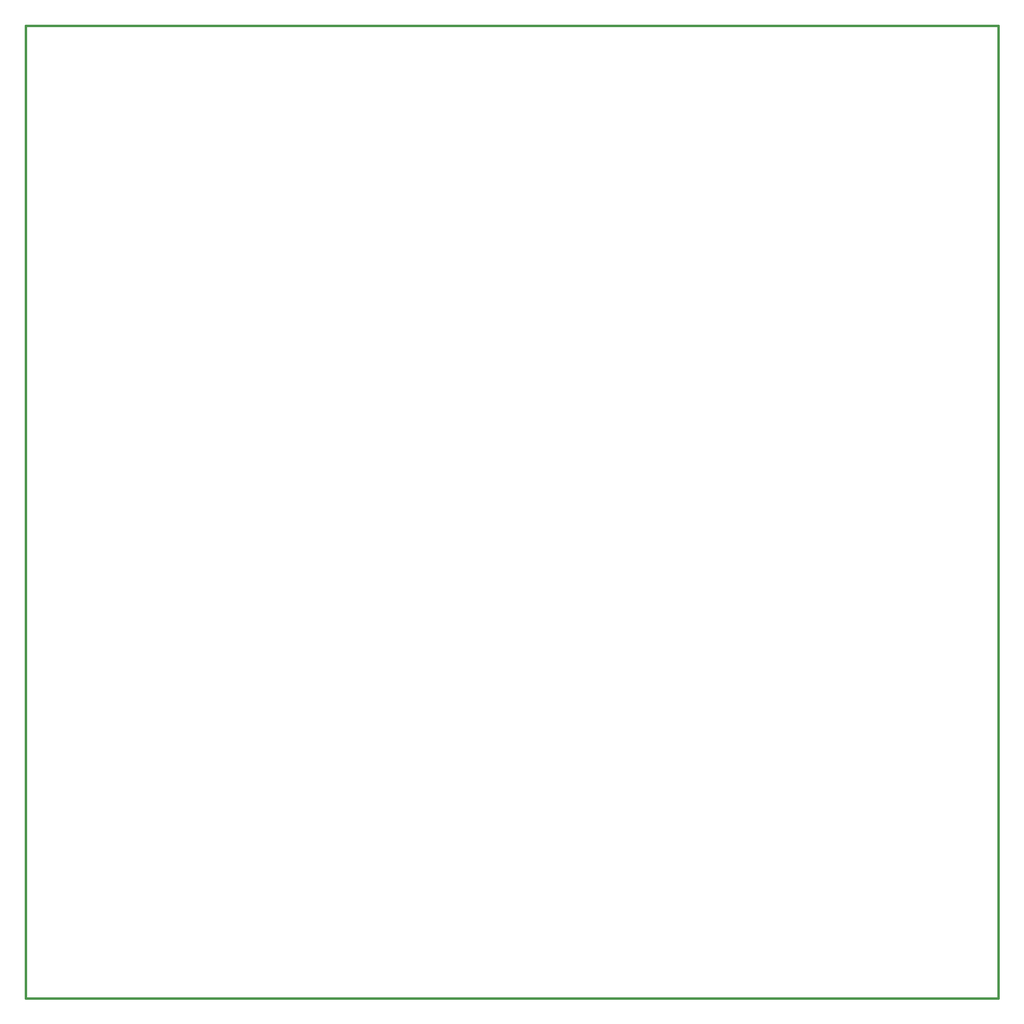
<source format=gbr>
G04 (created by PCBNEW (2013-07-07 BZR 4022)-stable) date 10/11/2015 03:16:48 PM*
%MOIN*%
G04 Gerber Fmt 3.4, Leading zero omitted, Abs format*
%FSLAX34Y34*%
G01*
G70*
G90*
G04 APERTURE LIST*
%ADD10C,0.00590551*%
%ADD11C,0.015*%
G04 APERTURE END LIST*
G54D10*
G54D11*
X46320Y-22372D02*
X113249Y-22372D01*
X113249Y-89301D02*
X46320Y-89301D01*
X113249Y-89301D02*
X113249Y-22372D01*
X46320Y-22372D02*
X46320Y-89301D01*
M02*

</source>
